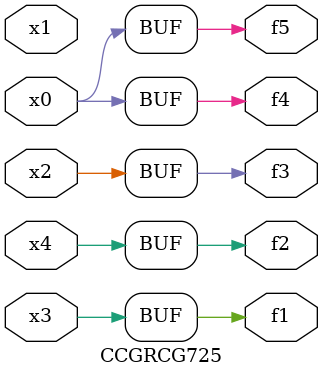
<source format=v>
module CCGRCG725(
	input x0, x1, x2, x3, x4,
	output f1, f2, f3, f4, f5
);
	assign f1 = x3;
	assign f2 = x4;
	assign f3 = x2;
	assign f4 = x0;
	assign f5 = x0;
endmodule

</source>
